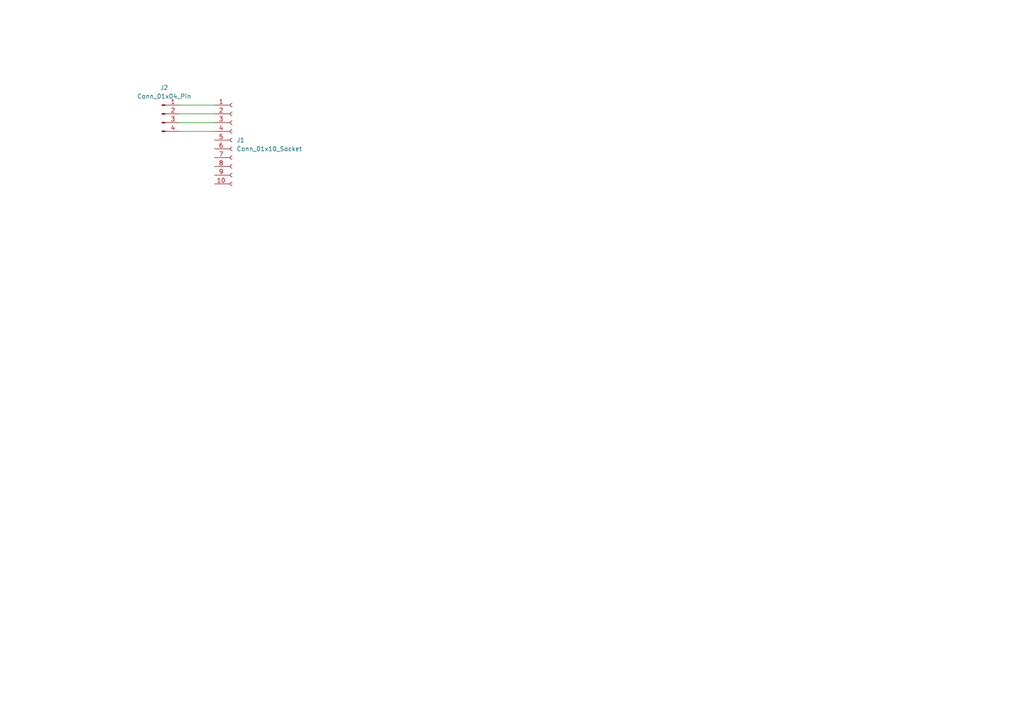
<source format=kicad_sch>
(kicad_sch (version 20230121) (generator eeschema)
  (paper "A4")
  (lib_symbols
    (symbol "Connector:Conn_01x04_Pin" (pin_names (offset 1.016) hide)
      (property "Reference" "J" (at 0 5.08 0))
      (property "Value" "Conn_01x04_Pin" (at 0 -7.62 0))
      (symbol "Conn_01x04_Pin_1_1"
        (polyline (pts (xy 1.27 -5.08) (xy 0.8636 -5.08)) (stroke (width 0.1524)))
        (polyline (pts (xy 1.27 -2.54) (xy 0.8636 -2.54)) (stroke (width 0.1524)))
        (polyline (pts (xy 1.27 0) (xy 0.8636 0)) (stroke (width 0.1524)))
        (polyline (pts (xy 1.27 2.54) (xy 0.8636 2.54)) (stroke (width 0.1524)))
        (rectangle (start 0.8636 -4.953) (end 0 -5.207) (stroke (width 0.1524)) (fill (type outline)))
        (rectangle (start 0.8636 -2.413) (end 0 -2.667) (stroke (width 0.1524)) (fill (type outline)))
        (rectangle (start 0.8636 0.127) (end 0 -0.127) (stroke (width 0.1524)) (fill (type outline)))
        (rectangle (start 0.8636 2.667) (end 0 2.413) (stroke (width 0.1524)) (fill (type outline)))
        (pin passive line (at 5.08 2.54 180) (length 3.81) (name "Pin_1") (number "1"))
        (pin passive line (at 5.08 0 180) (length 3.81) (name "Pin_2") (number "2"))
        (pin passive line (at 5.08 -2.54 180) (length 3.81) (name "Pin_3") (number "3"))
        (pin passive line (at 5.08 -5.08 180) (length 3.81) (name "Pin_4") (number "4"))
      )
    )
    (symbol "Connector:Conn_01x10_Socket" (pin_names (offset 1.016) hide)
      (property "Reference" "J" (at 0 12.7 0))
      (property "Value" "Conn_01x10_Socket" (at 0 -15.24 0))
      (symbol "Conn_01x10_Socket_1_1"
        (arc (start 0 -12.192) (mid -0.5058 -12.7) (end 0 -13.208) (stroke (width 0.1524)))
        (arc (start 0 -9.652) (mid -0.5058 -10.16) (end 0 -10.668) (stroke (width 0.1524)))
        (arc (start 0 -7.112) (mid -0.5058 -7.62) (end 0 -8.128) (stroke (width 0.1524)))
        (arc (start 0 -4.572) (mid -0.5058 -5.08) (end 0 -5.588) (stroke (width 0.1524)))
        (arc (start 0 -2.032) (mid -0.5058 -2.54) (end 0 -3.048) (stroke (width 0.1524)))
        (polyline (pts (xy -1.27 -12.7) (xy -0.508 -12.7)) (stroke (width 0.1524)))
        (polyline (pts (xy -1.27 -10.16) (xy -0.508 -10.16)) (stroke (width 0.1524)))
        (polyline (pts (xy -1.27 -7.62) (xy -0.508 -7.62)) (stroke (width 0.1524)))
        (polyline (pts (xy -1.27 -5.08) (xy -0.508 -5.08)) (stroke (width 0.1524)))
        (polyline (pts (xy -1.27 -2.54) (xy -0.508 -2.54)) (stroke (width 0.1524)))
        (polyline (pts (xy -1.27 0) (xy -0.508 0)) (stroke (width 0.1524)))
        (polyline (pts (xy -1.27 2.54) (xy -0.508 2.54)) (stroke (width 0.1524)))
        (polyline (pts (xy -1.27 5.08) (xy -0.508 5.08)) (stroke (width 0.1524)))
        (polyline (pts (xy -1.27 7.62) (xy -0.508 7.62)) (stroke (width 0.1524)))
        (polyline (pts (xy -1.27 10.16) (xy -0.508 10.16)) (stroke (width 0.1524)))
        (arc (start 0 0.508) (mid -0.5058 0) (end 0 -0.508) (stroke (width 0.1524)))
        (arc (start 0 3.048) (mid -0.5058 2.54) (end 0 2.032) (stroke (width 0.1524)))
        (arc (start 0 5.588) (mid -0.5058 5.08) (end 0 4.572) (stroke (width 0.1524)))
        (arc (start 0 8.128) (mid -0.5058 7.62) (end 0 7.112) (stroke (width 0.1524)))
        (arc (start 0 10.668) (mid -0.5058 10.16) (end 0 9.652) (stroke (width 0.1524)))
        (pin passive line (at -5.08 10.16 0) (length 3.81) (name "Pin_1") (number "1"))
        (pin passive line (at -5.08 -12.7 0) (length 3.81) (name "Pin_10") (number "10"))
        (pin passive line (at -5.08 7.62 0) (length 3.81) (name "Pin_2") (number "2"))
        (pin passive line (at -5.08 5.08 0) (length 3.81) (name "Pin_3") (number "3"))
        (pin passive line (at -5.08 2.54 0) (length 3.81) (name "Pin_4") (number "4"))
        (pin passive line (at -5.08 0 0) (length 3.81) (name "Pin_5") (number "5"))
        (pin passive line (at -5.08 -2.54 0) (length 3.81) (name "Pin_6") (number "6"))
        (pin passive line (at -5.08 -5.08 0) (length 3.81) (name "Pin_7") (number "7"))
        (pin passive line (at -5.08 -7.62 0) (length 3.81) (name "Pin_8") (number "8"))
        (pin passive line (at -5.08 -10.16 0) (length 3.81) (name "Pin_9") (number "9"))
      )
    )
  )
  (wire (pts (xy 52.07 35.56) (xy 62.23 35.56)))
  (wire (pts (xy 52.07 38.1) (xy 62.23 38.1)))
  (wire (pts (xy 52.07 30.48) (xy 62.23 30.48)))
  (wire (pts (xy 52.07 33.02) (xy 62.23 33.02)))
  (symbol (lib_id "Connector:Conn_01x04_Pin") (at 46.99 33.02 0) (unit 1)
    (property "Reference" "J2" (at 47.625 25.4 0))
    (property "Value" "Conn_01x04_Pin" (at 47.625 27.94 0))
    (property "Footprint" "Connector_PinHeader_2.54mm:PinHeader_1x04_P2.54mm_Vertical" (effects hide))
  )
  (symbol (lib_id "Connector:Conn_01x10_Socket") (at 67.31 40.64 0) (unit 1)
    (property "Reference" "J1" (at 68.58 40.64 0) (effects (justify left)))
    (property "Value" "Conn_01x10_Socket" (at 68.58 43.18 0) (effects (justify left)))
    (property "Footprint" "Connector_PinSocket_2.54mm:PinSocket_1x10_P2.54mm_Vertical" (effects hide))
  )
)
</source>
